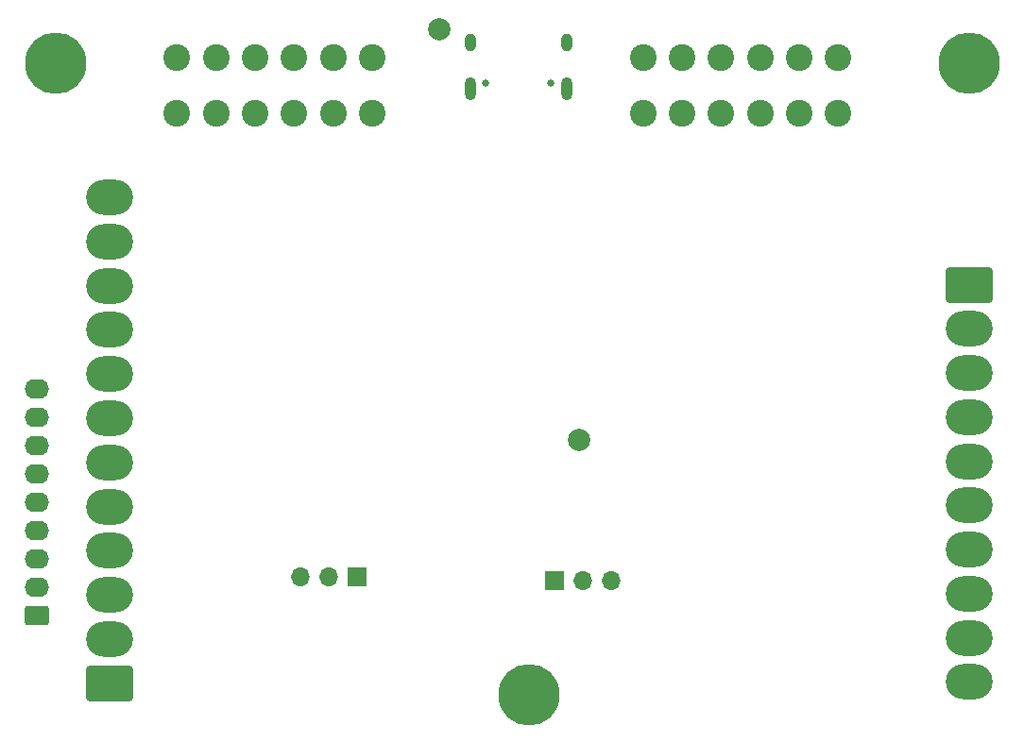
<source format=gbs>
%TF.GenerationSoftware,KiCad,Pcbnew,6.0.11+dfsg-1~bpo11+1*%
%TF.CreationDate,2023-10-22T15:16:06+02:00*%
%TF.ProjectId,Out_8x10,4f75745f-3878-4313-902e-6b696361645f,0.2.0*%
%TF.SameCoordinates,Original*%
%TF.FileFunction,Soldermask,Bot*%
%TF.FilePolarity,Negative*%
%FSLAX46Y46*%
G04 Gerber Fmt 4.6, Leading zero omitted, Abs format (unit mm)*
G04 Created by KiCad (PCBNEW 6.0.11+dfsg-1~bpo11+1) date 2023-10-22 15:16:06*
%MOMM*%
%LPD*%
G01*
G04 APERTURE LIST*
G04 Aperture macros list*
%AMRoundRect*
0 Rectangle with rounded corners*
0 $1 Rounding radius*
0 $2 $3 $4 $5 $6 $7 $8 $9 X,Y pos of 4 corners*
0 Add a 4 corners polygon primitive as box body*
4,1,4,$2,$3,$4,$5,$6,$7,$8,$9,$2,$3,0*
0 Add four circle primitives for the rounded corners*
1,1,$1+$1,$2,$3*
1,1,$1+$1,$4,$5*
1,1,$1+$1,$6,$7*
1,1,$1+$1,$8,$9*
0 Add four rect primitives between the rounded corners*
20,1,$1+$1,$2,$3,$4,$5,0*
20,1,$1+$1,$4,$5,$6,$7,0*
20,1,$1+$1,$6,$7,$8,$9,0*
20,1,$1+$1,$8,$9,$2,$3,0*%
G04 Aperture macros list end*
%ADD10C,2.000000*%
%ADD11C,2.400000*%
%ADD12C,5.500000*%
%ADD13C,0.650000*%
%ADD14O,1.000000X2.100000*%
%ADD15O,1.000000X1.600000*%
%ADD16RoundRect,0.250000X1.850000X-1.330000X1.850000X1.330000X-1.850000X1.330000X-1.850000X-1.330000X0*%
%ADD17O,4.200000X3.160000*%
%ADD18RoundRect,0.250000X-1.850000X1.330000X-1.850000X-1.330000X1.850000X-1.330000X1.850000X1.330000X0*%
%ADD19R,1.700000X1.700000*%
%ADD20O,1.700000X1.700000*%
%ADD21RoundRect,0.250000X0.845000X-0.620000X0.845000X0.620000X-0.845000X0.620000X-0.845000X-0.620000X0*%
%ADD22O,2.190000X1.740000*%
G04 APERTURE END LIST*
D10*
X142500000Y-46674000D03*
D11*
X178292000Y-54280000D03*
X178292000Y-49280000D03*
X174792000Y-49280000D03*
X174792000Y-54280000D03*
X171292000Y-49280000D03*
X171292000Y-54280000D03*
X167792000Y-54280000D03*
X167792000Y-49280000D03*
X164292000Y-54280000D03*
X164292000Y-49280000D03*
X160792000Y-54280000D03*
X160792000Y-49280000D03*
D12*
X108200000Y-49744000D03*
D13*
X152502000Y-51565000D03*
X146722000Y-51565000D03*
D14*
X145292000Y-52065000D03*
X153932000Y-52065000D03*
D15*
X145292000Y-47885000D03*
X153932000Y-47885000D03*
D16*
X113001000Y-105346000D03*
D17*
X113001000Y-101386000D03*
X113001000Y-97426000D03*
X113001000Y-93466000D03*
X113001000Y-89506000D03*
X113001000Y-85546000D03*
X113001000Y-81586000D03*
X113001000Y-77626000D03*
X113001000Y-73666000D03*
X113001000Y-69706000D03*
X113001000Y-65746000D03*
X113001000Y-61786000D03*
D18*
X190071800Y-69606800D03*
D17*
X190071800Y-73566800D03*
X190071800Y-77526800D03*
X190071800Y-81486800D03*
X190071800Y-85446800D03*
X190071800Y-89406800D03*
X190071800Y-93366800D03*
X190071800Y-97326800D03*
X190071800Y-101286800D03*
X190071800Y-105246800D03*
D19*
X152857200Y-96113600D03*
D20*
X155397200Y-96113600D03*
X157937200Y-96113600D03*
D11*
X136518000Y-54280000D03*
X136518000Y-49280000D03*
X133018000Y-54280000D03*
X133018000Y-49280000D03*
X129518000Y-54280000D03*
X129518000Y-49280000D03*
X126018000Y-54280000D03*
X126018000Y-49280000D03*
X122518000Y-49280000D03*
X122518000Y-54280000D03*
X119018000Y-49280000D03*
X119018000Y-54280000D03*
D12*
X150571200Y-106375200D03*
D21*
X106446000Y-99314000D03*
D22*
X106446000Y-96774000D03*
X106446000Y-94234000D03*
X106446000Y-91694000D03*
X106446000Y-89154000D03*
X106446000Y-86614000D03*
X106446000Y-84074000D03*
X106446000Y-81534000D03*
X106446000Y-78994000D03*
D19*
X135178800Y-95808800D03*
D20*
X132638800Y-95808800D03*
X130098800Y-95808800D03*
D12*
X190000000Y-49780000D03*
D10*
X155073000Y-83504000D03*
M02*

</source>
